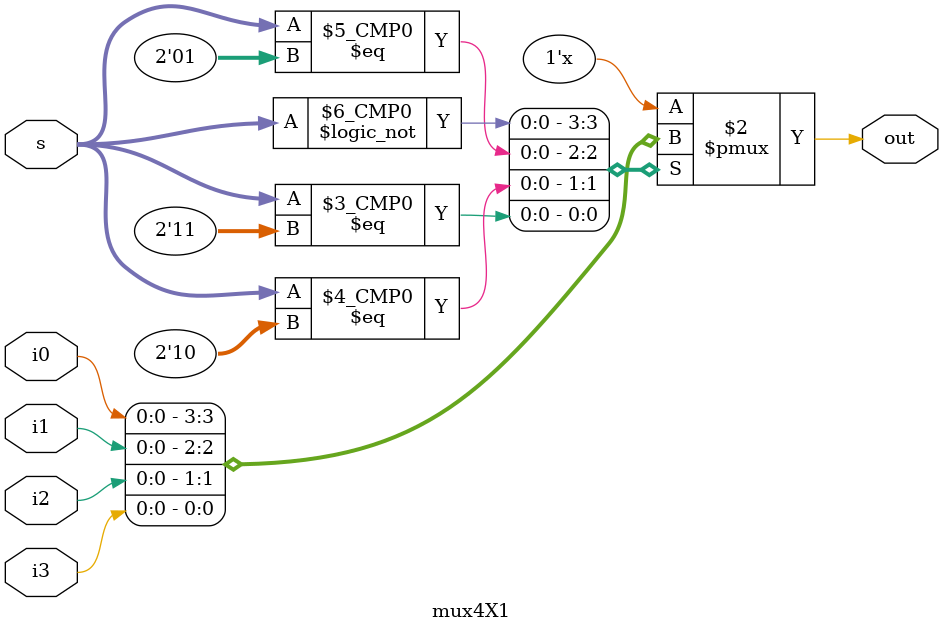
<source format=v>
module mux4X1(i0, i1, i2, i3, s, out);
input i0, i1, i2, i3;
input [1:0] s;
output out;

reg out;

always @(s, i0, i1, i2, i3) begin
	case (s) 
		2'b00 : out <= i0;
		2'b01 : out <= i1;
		2'b10 : out <= i2;
		2'b11 : out <= i3;
	endcase
end
endmodule
</source>
